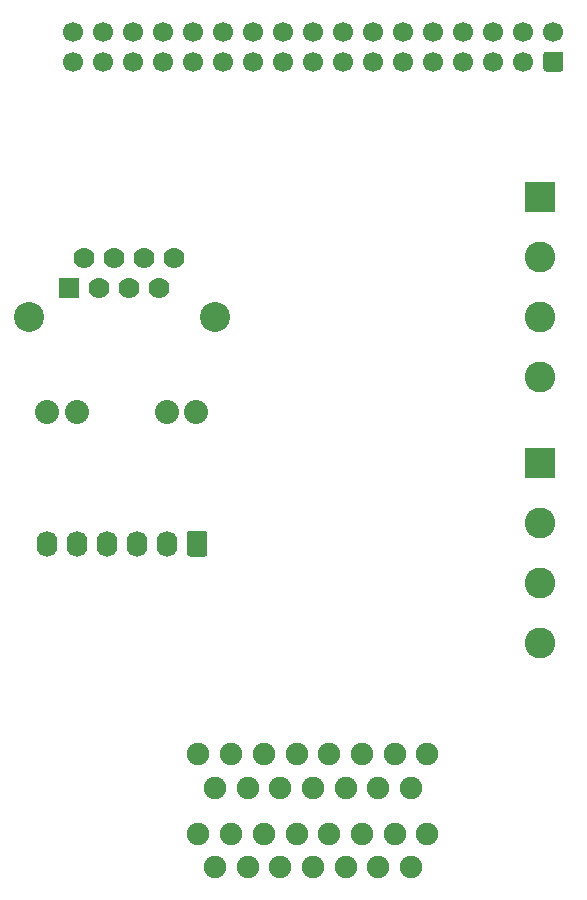
<source format=gbr>
%TF.GenerationSoftware,KiCad,Pcbnew,(5.1.9)-1*%
%TF.CreationDate,2021-06-09T13:11:05-04:00*%
%TF.ProjectId,encoder signal conditioner_rev7,656e636f-6465-4722-9073-69676e616c20,rev?*%
%TF.SameCoordinates,Original*%
%TF.FileFunction,Copper,L3,Inr*%
%TF.FilePolarity,Positive*%
%FSLAX46Y46*%
G04 Gerber Fmt 4.6, Leading zero omitted, Abs format (unit mm)*
G04 Created by KiCad (PCBNEW (5.1.9)-1) date 2021-06-09 13:11:05*
%MOMM*%
%LPD*%
G01*
G04 APERTURE LIST*
%TA.AperFunction,ComponentPad*%
%ADD10C,1.900000*%
%TD*%
%TA.AperFunction,ComponentPad*%
%ADD11O,1.740000X2.190000*%
%TD*%
%TA.AperFunction,ComponentPad*%
%ADD12C,2.600000*%
%TD*%
%TA.AperFunction,ComponentPad*%
%ADD13R,2.600000X2.600000*%
%TD*%
%TA.AperFunction,ComponentPad*%
%ADD14C,2.540000*%
%TD*%
%TA.AperFunction,ComponentPad*%
%ADD15C,2.032000*%
%TD*%
%TA.AperFunction,ComponentPad*%
%ADD16C,1.778000*%
%TD*%
%TA.AperFunction,ComponentPad*%
%ADD17R,1.778000X1.778000*%
%TD*%
%TA.AperFunction,ComponentPad*%
%ADD18C,1.700000*%
%TD*%
G04 APERTURE END LIST*
D10*
%TO.N,/5V*%
%TO.C,U1*%
X117829540Y-112530400D03*
X117829540Y-119280400D03*
%TO.N,Net-(U1-PadB15)*%
X119214540Y-115370400D03*
%TO.N,Net-(U1-PadB7)*%
X120599540Y-112530400D03*
%TO.N,/B1*%
X121984540Y-115370400D03*
%TO.N,Net-(R4-Pad2)*%
X123369540Y-112530400D03*
%TO.N,/B2*%
X124754540Y-115370400D03*
%TO.N,Net-(R5-Pad2)*%
X126139540Y-112530400D03*
%TO.N,/B0*%
X127524540Y-115370400D03*
%TO.N,Net-(R6-Pad2)*%
X128909540Y-112530400D03*
%TO.N,Net-(U1-PadB11)*%
X130294540Y-115370400D03*
%TO.N,Net-(U1-PadB3)*%
X131679540Y-112530400D03*
%TO.N,Net-(U1-PadB10)*%
X133064540Y-115370400D03*
%TO.N,Net-(U1-PadB2)*%
X134449540Y-112530400D03*
%TO.N,/DGND*%
X135834540Y-115370400D03*
%TO.N,Net-(U1-PadB1)*%
X137219540Y-112530400D03*
%TO.N,Net-(U1-PadA15)*%
X119214540Y-122120400D03*
%TO.N,Net-(U1-PadA7)*%
X120599540Y-119280400D03*
%TO.N,/A1*%
X121984540Y-122120400D03*
%TO.N,Net-(R1-Pad2)*%
X123369540Y-119280400D03*
%TO.N,/A2*%
X124754540Y-122120400D03*
%TO.N,Net-(R2-Pad2)*%
X126139540Y-119280400D03*
%TO.N,/A0*%
X127524540Y-122120400D03*
%TO.N,Net-(R3-Pad2)*%
X128909540Y-119280400D03*
%TO.N,Net-(U1-PadA11)*%
X130294540Y-122120400D03*
%TO.N,Net-(U1-PadA3)*%
X131679540Y-119280400D03*
%TO.N,Net-(U1-PadA10)*%
X133064540Y-122120400D03*
%TO.N,Net-(U1-PadA2)*%
X134449540Y-119280400D03*
%TO.N,/DGND*%
X135834540Y-122120400D03*
%TO.N,Net-(U1-PadA1)*%
X137219540Y-119280400D03*
%TD*%
D11*
%TO.N,/AI3*%
%TO.C,J2*%
X105008600Y-94714060D03*
%TO.N,/AI2*%
X107548600Y-94714060D03*
%TO.N,/AI1*%
X110088600Y-94714060D03*
%TO.N,/AI0*%
X112628600Y-94714060D03*
%TO.N,/DGND*%
X115168600Y-94714060D03*
%TO.N,/5V*%
%TA.AperFunction,ComponentPad*%
G36*
G01*
X118578600Y-93869059D02*
X118578600Y-95559061D01*
G75*
G02*
X118328601Y-95809060I-249999J0D01*
G01*
X117088599Y-95809060D01*
G75*
G02*
X116838600Y-95559061I0J249999D01*
G01*
X116838600Y-93869059D01*
G75*
G02*
X117088599Y-93619060I249999J0D01*
G01*
X118328601Y-93619060D01*
G75*
G02*
X118578600Y-93869059I0J-249999D01*
G01*
G37*
%TD.AperFunction*%
%TD*%
D12*
%TO.N,/DGND*%
%TO.C,J4*%
X146740880Y-80571340D03*
%TO.N,/AGND*%
X146740880Y-75491340D03*
%TO.N,/3.3V*%
X146740880Y-70411340D03*
D13*
%TO.N,/5V*%
X146740880Y-65331340D03*
%TD*%
D12*
%TO.N,/AO1*%
%TO.C,J5*%
X146740880Y-103164640D03*
%TO.N,/AO0*%
X146740880Y-98084640D03*
%TO.N,/DIO15*%
X146740880Y-93004640D03*
D13*
%TO.N,/DIO0*%
X146740880Y-87924640D03*
%TD*%
D14*
%TO.N,/DGND*%
%TO.C,J1*%
X119227600Y-75565000D03*
X103479600Y-75565000D03*
D15*
%TO.N,Net-(J1-Pad10)*%
X115138200Y-83566000D03*
%TO.N,Net-(J1-Pad9)*%
X117652800Y-83566000D03*
%TO.N,/DGND*%
X107543600Y-83566000D03*
%TO.N,Net-(J1-Pad12)*%
X105029000Y-83566000D03*
D16*
%TO.N,/DAC3_WRITE*%
X115798600Y-70561200D03*
%TO.N,/DAC2_WRITE*%
X114528600Y-73101200D03*
%TO.N,/DAC1_WRITE*%
X113258600Y-70561200D03*
%TO.N,/DAC_CLK*%
X111988600Y-73101200D03*
%TO.N,/CS*%
X110718600Y-70561200D03*
%TO.N,/ADC_CLK*%
X109448600Y-73101200D03*
%TO.N,/ADC_WRITE*%
X108178600Y-70561200D03*
D17*
%TO.N,/ADC_READ*%
X106908600Y-73101200D03*
%TD*%
D18*
%TO.N,/DIO15*%
%TO.C,J3*%
X107231180Y-51358800D03*
%TO.N,/B1*%
X109771180Y-51358800D03*
%TO.N,Net-(J3-Pad30)*%
X112311180Y-51358800D03*
%TO.N,Net-(J3-Pad28)*%
X114851180Y-51358800D03*
%TO.N,/B2*%
X117391180Y-51358800D03*
%TO.N,Net-(J3-Pad24)*%
X119931180Y-51358800D03*
%TO.N,/B0*%
X122471180Y-51358800D03*
%TO.N,Net-(J3-Pad20)*%
X125011180Y-51358800D03*
%TO.N,/A0*%
X127551180Y-51358800D03*
%TO.N,/DGND*%
X130091180Y-51358800D03*
%TO.N,Net-(J3-Pad14)*%
X132631180Y-51358800D03*
%TO.N,Net-(J3-Pad12)*%
X135171180Y-51358800D03*
%TO.N,Net-(J3-Pad10)*%
X137711180Y-51358800D03*
%TO.N,Net-(J3-Pad8)*%
X140251180Y-51358800D03*
%TO.N,/AGND*%
X142791180Y-51358800D03*
%TO.N,/AO1*%
X145331180Y-51358800D03*
%TO.N,/AO0*%
X147871180Y-51358800D03*
%TO.N,/3.3V*%
X107231180Y-53898800D03*
%TO.N,/A1*%
X109771180Y-53898800D03*
%TO.N,/A2*%
X112311180Y-53898800D03*
%TO.N,/DAC3_WRITE*%
X114851180Y-53898800D03*
%TO.N,/DAC2_WRITE*%
X117391180Y-53898800D03*
%TO.N,/DAC1_WRITE*%
X119931180Y-53898800D03*
%TO.N,/DAC_CLK*%
X122471180Y-53898800D03*
%TO.N,/CS*%
X125011180Y-53898800D03*
%TO.N,/ADC_CLK*%
X127551180Y-53898800D03*
%TO.N,/ADC_WRITE*%
X130091180Y-53898800D03*
%TO.N,/ADC_READ*%
X132631180Y-53898800D03*
%TO.N,/DIO0*%
X135171180Y-53898800D03*
%TO.N,/AI3*%
X137711180Y-53898800D03*
%TO.N,/AI2*%
X140251180Y-53898800D03*
%TO.N,/AI1*%
X142791180Y-53898800D03*
%TO.N,/AI0*%
X145331180Y-53898800D03*
%TO.N,/5V*%
%TA.AperFunction,ComponentPad*%
G36*
G01*
X148471180Y-54748800D02*
X147271180Y-54748800D01*
G75*
G02*
X147021180Y-54498800I0J250000D01*
G01*
X147021180Y-53298800D01*
G75*
G02*
X147271180Y-53048800I250000J0D01*
G01*
X148471180Y-53048800D01*
G75*
G02*
X148721180Y-53298800I0J-250000D01*
G01*
X148721180Y-54498800D01*
G75*
G02*
X148471180Y-54748800I-250000J0D01*
G01*
G37*
%TD.AperFunction*%
%TD*%
M02*

</source>
